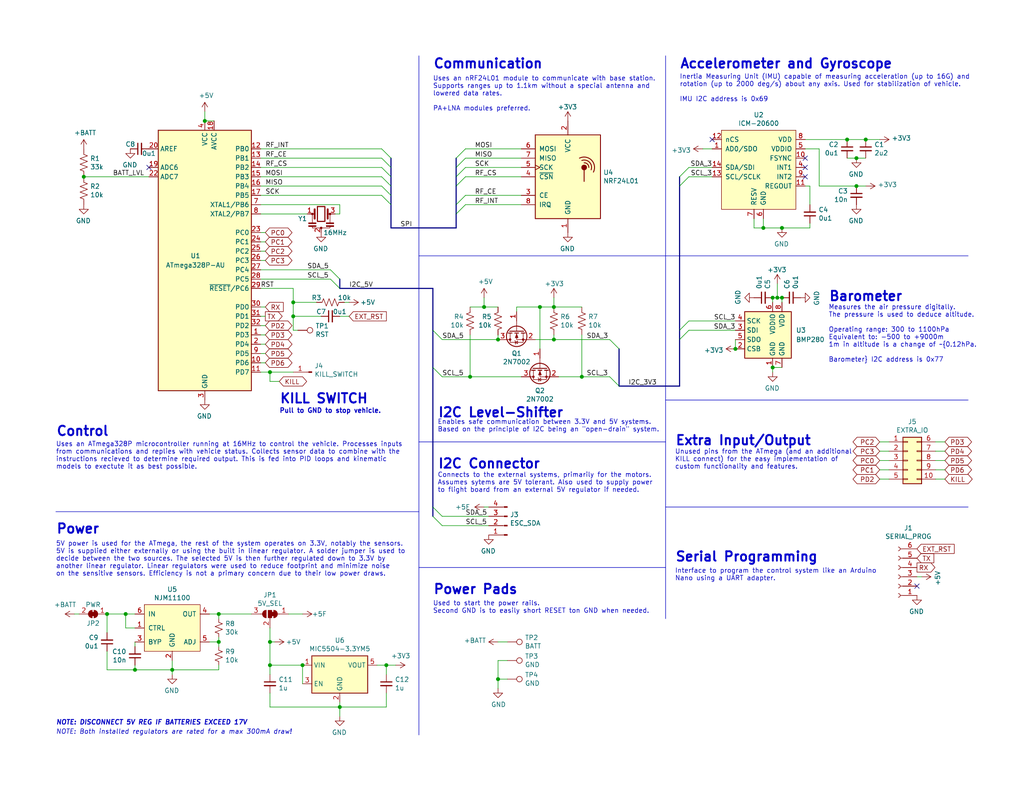
<source format=kicad_sch>
(kicad_sch (version 20230121) (generator eeschema)
  (paper "USLetter")
  (title_block (title "Flight Controller & Power Distribution Board") (date "2020-05-11") (rev "2") (company "Savo Bajic") (comment 1 "Power rails integrated on rear side") (comment 2 "Designed for use with I2C modules, 9 GPIO pins also available for other systems") (comment 3 "Built in 6-axis IMU, digital barometer, communication, and voltage regultors.") (comment 4 "Centered around an ATmega328P. Designed for up to 20V."))
  (lib_symbols
    (symbol "Connector:Conn_01x01_Male" (pin_names (offset 1.016) hide)
      (property "Reference" "J" (at 0 2.54 0))
      (property "Value" "Conn_01x01_Male" (at 0 -2.54 0))
      (symbol "Conn_01x01_Male_1_1"
        (pin passive line (at 5.08 0 180) (length 3.81) (name "Pin_1") (number "1"))
      )
    )
    (symbol "Connector:Conn_01x04_Male" (pin_names (offset 1.016) hide)
      (property "Reference" "J" (at 0 5.08 0))
      (property "Value" "Conn_01x04_Male" (at 0 -7.62 0))
      (symbol "Conn_01x04_Male_1_1"
        (pin passive line (at 5.08 2.54 180) (length 3.81) (name "Pin_1") (number "1"))
        (pin passive line (at 5.08 0 180) (length 3.81) (name "Pin_2") (number "2"))
        (pin passive line (at 5.08 -2.54 180) (length 3.81) (name "Pin_3") (number "3"))
        (pin passive line (at 5.08 -5.08 180) (length 3.81) (name "Pin_4") (number "4"))
      )
    )
    (symbol "Connector:Conn_01x06_Female" (pin_names (offset 1.016) hide)
      (property "Reference" "J" (at 0 7.62 0))
      (property "Value" "Conn_01x06_Female" (at 0 -10.16 0))
      (symbol "Conn_01x06_Female_1_1"
        (pin passive line (at -5.08 5.08 0) (length 3.81) (name "Pin_1") (number "1"))
        (pin passive line (at -5.08 2.54 0) (length 3.81) (name "Pin_2") (number "2"))
        (pin passive line (at -5.08 0 0) (length 3.81) (name "Pin_3") (number "3"))
        (pin passive line (at -5.08 -2.54 0) (length 3.81) (name "Pin_4") (number "4"))
        (pin passive line (at -5.08 -5.08 0) (length 3.81) (name "Pin_5") (number "5"))
        (pin passive line (at -5.08 -7.62 0) (length 3.81) (name "Pin_6") (number "6"))
      )
    )
    (symbol "Connector:TestPoint" (pin_numbers hide) (pin_names (offset 0.762) hide)
      (property "Reference" "TP" (at 0 6.858 0))
      (property "Value" "TestPoint" (at 0 5.08 0))
      (symbol "TestPoint_1_1"
        (pin passive line (at 0 0 90) (length 2.54) (name "1") (number "1"))
      )
    )
    (symbol "Connector_Generic:Conn_02x05_Top_Bottom" (pin_names (offset 1.016) hide)
      (property "Reference" "J" (at 1.27 7.62 0))
      (property "Value" "Conn_02x05_Top_Bottom" (at 1.27 -7.62 0))
      (symbol "Conn_02x05_Top_Bottom_1_1"
        (pin passive line (at -5.08 5.08 0) (length 3.81) (name "Pin_1") (number "1"))
        (pin passive line (at 7.62 -5.08 180) (length 3.81) (name "Pin_10") (number "10"))
        (pin passive line (at -5.08 2.54 0) (length 3.81) (name "Pin_2") (number "2"))
        (pin passive line (at -5.08 0 0) (length 3.81) (name "Pin_3") (number "3"))
        (pin passive line (at -5.08 -2.54 0) (length 3.81) (name "Pin_4") (number "4"))
        (pin passive line (at -5.08 -5.08 0) (length 3.81) (name "Pin_5") (number "5"))
        (pin passive line (at 7.62 5.08 180) (length 3.81) (name "Pin_6") (number "6"))
        (pin passive line (at 7.62 2.54 180) (length 3.81) (name "Pin_7") (number "7"))
        (pin passive line (at 7.62 0 180) (length 3.81) (name "Pin_8") (number "8"))
        (pin passive line (at 7.62 -2.54 180) (length 3.81) (name "Pin_9") (number "9"))
      )
    )
    (symbol "Device:C_Small" (pin_numbers hide) (pin_names (offset 0.254) hide)
      (property "Reference" "C" (at 0.254 1.778 0))
      (property "Value" "C_Small" (at 0.254 -2.032 0))
      (symbol "C_Small_1_1"
        (pin passive line (at 0 2.54 270) (length 2.032) (name "~") (number "1"))
        (pin passive line (at 0 -2.54 90) (length 2.032) (name "~") (number "2"))
      )
    )
    (symbol "Device:Q_NMOS_GSD" (pin_names (offset 0) hide)
      (property "Reference" "Q" (at 5.08 1.27 0))
      (property "Value" "Q_NMOS_GSD" (at 5.08 -1.27 0))
      (symbol "Q_NMOS_GSD_1_1"
        (pin input line (at -5.08 0 0) (length 2.54) (name "G") (number "1"))
        (pin passive line (at 2.54 -5.08 90) (length 2.54) (name "S") (number "2"))
        (pin passive line (at 2.54 5.08 270) (length 2.54) (name "D") (number "3"))
      )
    )
    (symbol "Device:R_Small_US" (pin_numbers hide) (pin_names (offset 0.254) hide)
      (property "Reference" "R" (at 0.762 0.508 0))
      (property "Value" "R_Small_US" (at 0.762 -1.016 0))
      (symbol "R_Small_US_1_1"
        (pin passive line (at 0 2.54 270) (length 1.016) (name "~") (number "1"))
        (pin passive line (at 0 -2.54 90) (length 1.016) (name "~") (number "2"))
      )
    )
    (symbol "Device:R_US" (pin_numbers hide) (pin_names (offset 0))
      (property "Reference" "R" (at 2.54 0 90))
      (property "Value" "R_US" (at -2.54 0 90))
      (symbol "R_US_1_1"
        (pin passive line (at 0 3.81 270) (length 1.27) (name "~") (number "1"))
        (pin passive line (at 0 -3.81 90) (length 1.27) (name "~") (number "2"))
      )
    )
    (symbol "Device:Resonator" (pin_names (offset 1.016) hide)
      (property "Reference" "Y" (at 0 5.715 0))
      (property "Value" "Resonator" (at 0 3.81 0))
      (symbol "Resonator_1_1"
        (pin passive line (at -3.81 0 0) (length 1.27) (name "1") (number "1"))
        (pin passive line (at 0 -5.08 90) (length 1.27) (name "2") (number "2"))
        (pin passive line (at 3.81 0 180) (length 1.27) (name "3") (number "3"))
      )
    )
    (symbol "Jumper:SolderJumper_2_Bridged" (pin_names (offset 0) hide)
      (property "Reference" "JP" (at 0 2.032 0))
      (property "Value" "SolderJumper_2_Bridged" (at 0 -2.54 0))
      (symbol "SolderJumper_2_Bridged_1_1"
        (pin passive line (at -3.81 0 0) (length 2.54) (name "A") (number "1"))
        (pin passive line (at 3.81 0 180) (length 2.54) (name "B") (number "2"))
      )
    )
    (symbol "Jumper:SolderJumper_3_Bridged12" (pin_names (offset 0) hide)
      (property "Reference" "JP" (at -2.54 -2.54 0))
      (property "Value" "SolderJumper_3_Bridged12" (at 0 2.794 0))
      (symbol "SolderJumper_3_Bridged12_1_1"
        (pin passive line (at -5.08 0 0) (length 2.54) (name "A") (number "1"))
        (pin input line (at 0 -3.81 90) (length 2.54) (name "C") (number "2"))
        (pin passive line (at 5.08 0 180) (length 2.54) (name "B") (number "3"))
      )
    )
    (symbol "MCU_Microchip_ATmega:ATmega328P-AU"
      (property "Reference" "U" (at -12.7 36.83 0))
      (property "Value" "MCU_Microchip_ATmega_ATmega328P-AU" (at 2.54 -36.83 0))
      (symbol "ATmega328P-AU_1_1"
        (pin bidirectional line (at 15.24 -20.32 180) (length 2.54) (name "PD3") (number "1"))
        (pin bidirectional line (at 15.24 -27.94 180) (length 2.54) (name "PD6") (number "10"))
        (pin bidirectional line (at 15.24 -30.48 180) (length 2.54) (name "PD7") (number "11"))
        (pin bidirectional line (at 15.24 30.48 180) (length 2.54) (name "PB0") (number "12"))
        (pin bidirectional line (at 15.24 27.94 180) (length 2.54) (name "PB1") (number "13"))
        (pin bidirectional line (at 15.24 25.4 180) (length 2.54) (name "PB2") (number "14"))
        (pin bidirectional line (at 15.24 22.86 180) (length 2.54) (name "PB3") (number "15"))
        (pin bidirectional line (at 15.24 20.32 180) (length 2.54) (name "PB4") (number "16"))
        (pin bidirectional line (at 15.24 17.78 180) (length 2.54) (name "PB5") (number "17"))
        (pin power_in line (at 2.54 38.1 270) (length 2.54) (name "AVCC") (number "18"))
        (pin input line (at -15.24 25.4 0) (length 2.54) (name "ADC6") (number "19"))
        (pin bidirectional line (at 15.24 -22.86 180) (length 2.54) (name "PD4") (number "2"))
        (pin passive line (at -15.24 30.48 0) (length 2.54) (name "AREF") (number "20"))
        (pin passive line (at 0 -38.1 90) (length 2.54) hide (name "GND") (number "21"))
        (pin input line (at -15.24 22.86 0) (length 2.54) (name "ADC7") (number "22"))
        (pin bidirectional line (at 15.24 7.62 180) (length 2.54) (name "PC0") (number "23"))
        (pin bidirectional line (at 15.24 5.08 180) (length 2.54) (name "PC1") (number "24"))
        (pin bidirectional line (at 15.24 2.54 180) (length 2.54) (name "PC2") (number "25"))
        (pin bidirectional line (at 15.24 0 180) (length 2.54) (name "PC3") (number "26"))
        (pin bidirectional line (at 15.24 -2.54 180) (length 2.54) (name "PC4") (number "27"))
        (pin bidirectional line (at 15.24 -5.08 180) (length 2.54) (name "PC5") (number "28"))
        (pin bidirectional line (at 15.24 -7.62 180) (length 2.54) (name "~{RESET}/PC6") (number "29"))
        (pin power_in line (at 0 -38.1 90) (length 2.54) (name "GND") (number "3"))
        (pin bidirectional line (at 15.24 -12.7 180) (length 2.54) (name "PD0") (number "30"))
        (pin bidirectional line (at 15.24 -15.24 180) (length 2.54) (name "PD1") (number "31"))
        (pin bidirectional line (at 15.24 -17.78 180) (length 2.54) (name "PD2") (number "32"))
        (pin power_in line (at 0 38.1 270) (length 2.54) (name "VCC") (number "4"))
        (pin passive line (at 0 -38.1 90) (length 2.54) hide (name "GND") (number "5"))
        (pin passive line (at 0 38.1 270) (length 2.54) hide (name "VCC") (number "6"))
        (pin bidirectional line (at 15.24 15.24 180) (length 2.54) (name "XTAL1/PB6") (number "7"))
        (pin bidirectional line (at 15.24 12.7 180) (length 2.54) (name "XTAL2/PB7") (number "8"))
        (pin bidirectional line (at 15.24 -25.4 180) (length 2.54) (name "PD5") (number "9"))
      )
    )
    (symbol "RF:NRF24L01_Breakout" (pin_names (offset 1.016))
      (property "Reference" "U" (at -8.89 12.7 0))
      (property "Value" "NRF24L01_Breakout" (at 3.81 12.7 0))
      (symbol "NRF24L01_Breakout_1_1"
        (pin power_in line (at 0 -15.24 90) (length 3.81) (name "GND") (number "1"))
        (pin power_in line (at 0 15.24 270) (length 3.81) (name "VCC") (number "2"))
        (pin input line (at -12.7 -5.08 0) (length 3.81) (name "CE") (number "3"))
        (pin input line (at -12.7 0 0) (length 3.81) (name "~{CSN}") (number "4"))
        (pin input clock (at -12.7 2.54 0) (length 3.81) (name "SCK") (number "5"))
        (pin input line (at -12.7 7.62 0) (length 3.81) (name "MOSI") (number "6"))
        (pin output line (at -12.7 5.08 0) (length 3.81) (name "MISO") (number "7"))
        (pin output line (at -12.7 -7.62 0) (length 3.81) (name "IRQ") (number "8"))
      )
    )
    (symbol "Regulator_Linear:MIC5504-3.3YM5"
      (property "Reference" "U" (at -7.62 8.89 0))
      (property "Value" "MIC5504-3.3YM5" (at -7.62 6.35 0))
      (symbol "MIC5504-3.3YM5_1_1"
        (pin power_in line (at -10.16 2.54 0) (length 2.54) (name "VIN") (number "1"))
        (pin power_in line (at 0 -7.62 90) (length 2.54) (name "GND") (number "2"))
        (pin input line (at -10.16 -2.54 0) (length 2.54) (name "EN") (number "3"))
        (pin no_connect line (at 7.62 -2.54 180) (length 2.54) hide (name "NC") (number "4"))
        (pin power_out line (at 10.16 2.54 180) (length 2.54) (name "VOUT") (number "5"))
      )
    )
    (symbol "Sensor_Pressure:BMP280"
      (property "Reference" "U" (at -7.62 10.16 0))
      (property "Value" "BMP280" (at 5.08 10.16 0))
      (symbol "BMP280_1_1"
        (pin power_in line (at 0 -7.62 90) (length 2.54) (name "GND") (number "1"))
        (pin input line (at -10.16 -2.54 0) (length 2.54) (name "CSB") (number "2"))
        (pin bidirectional line (at -10.16 2.54 0) (length 2.54) (name "SDI") (number "3"))
        (pin input line (at -10.16 5.08 0) (length 2.54) (name "SCK") (number "4"))
        (pin bidirectional line (at -10.16 0 0) (length 2.54) (name "SDO") (number "5"))
        (pin power_in line (at 0 10.16 270) (length 2.54) (name "VDDIO") (number "6"))
        (pin power_in line (at 2.54 -7.62 90) (length 2.54) (name "GND") (number "7"))
        (pin power_in line (at 2.54 10.16 270) (length 2.54) (name "VDD") (number "8"))
      )
    )
    (symbol "flight_controller_parts:ICM-20600" (pin_names (offset 1.016))
      (property "Reference" "U" (at 0 7.62 0))
      (property "Value" "ICM-20600" (at 0 10.16 0))
      (symbol "ICM-20600_1_1"
        (pin output line (at 12.7 1.27 180) (length 2.54) (name "AD0/SDO") (number "1"))
        (pin input line (at -12.7 -1.27 0) (length 2.54) (name "FSYNC") (number "10"))
        (pin passive line (at -12.7 -8.89 0) (length 2.54) (name "REGOUT") (number "11"))
        (pin input line (at 12.7 3.81 180) (length 2.54) (name "nCS") (number "12"))
        (pin input line (at 12.7 -6.35 180) (length 2.54) (name "SCL/SCLK") (number "13"))
        (pin bidirectional line (at 12.7 -3.81 180) (length 2.54) (name "SDA/SDI") (number "14"))
        (pin no_connect line (at -1.27 -3.81 90) (length 2.54) hide (name "NC") (number "2"))
        (pin no_connect line (at 1.27 -3.81 90) (length 2.54) hide (name "NC") (number "3"))
        (pin open_collector line (at -12.7 -3.81 0) (length 2.54) (name "INT1") (number "4"))
        (pin power_in line (at -12.7 1.27 0) (length 2.54) (name "VDDIO") (number "5"))
        (pin power_in line (at -1.27 -17.78 90) (length 2.54) (name "GND") (number "6"))
        (pin power_in line (at 1.27 -17.78 90) (length 2.54) (name "RESV") (number "7"))
        (pin power_in line (at -12.7 3.81 0) (length 2.54) (name "VDD") (number "8"))
        (pin open_collector line (at -12.7 -6.35 0) (length 2.54) (name "INT2") (number "9"))
      )
    )
    (symbol "flight_controller_parts:NJM11100" (pin_names (offset 1.016))
      (property "Reference" "U" (at 0 10.16 0))
      (property "Value" "NJM11100" (at 0 7.62 0))
      (symbol "NJM11100_1_1"
        (pin input line (at -10.16 0 0) (length 2.54) (name "CTRL") (number "1"))
        (pin power_in line (at 0 -8.89 90) (length 2.54) (name "GND") (number "2"))
        (pin passive line (at -10.16 -3.81 0) (length 2.54) (name "BYP") (number "3"))
        (pin power_out line (at 10.16 3.81 180) (length 2.54) (name "OUT") (number "4"))
        (pin input line (at 10.16 -3.81 180) (length 2.54) (name "ADJ") (number "5"))
        (pin power_in line (at -10.16 3.81 0) (length 2.54) (name "IN") (number "6"))
      )
    )
    (symbol "power:+3V3" (power) (pin_names (offset 0))
      (property "Value" "+3V3" (at 0 3.556 0))
      (symbol "+3V3_1_1"
        (pin power_in line (at 0 0 90) (length 0) hide (name "+3V3") (number "1"))
      )
    )
    (symbol "power:+5F" (power) (pin_names (offset 0))
      (property "Value" "+5F" (at 0 3.556 0))
      (symbol "+5F_1_1"
        (pin power_in line (at 0 0 90) (length 0) hide (name "+5F") (number "1"))
      )
    )
    (symbol "power:+5V" (power) (pin_names (offset 0))
      (property "Value" "+5V" (at 0 3.556 0))
      (symbol "+5V_1_1"
        (pin power_in line (at 0 0 90) (length 0) hide (name "+5V") (number "1"))
      )
    )
    (symbol "power:+BATT" (power) (pin_names (offset 0))
      (property "Value" "+BATT" (at 0 3.556 0))
      (symbol "+BATT_1_1"
        (pin power_in line (at 0 0 90) (length 0) hide (name "+BATT") (number "1"))
      )
    )
    (symbol "power:GND" (power) (pin_names (offset 0))
      (property "Value" "GND" (at 0 -3.81 0))
      (symbol "GND_1_1"
        (pin power_in line (at 0 0 270) (length 0) hide (name "GND") (number "1"))
      )
    )
  )
  (junction (at 73.66 175.26))
  (junction (at 59.69 175.26))
  (junction (at 208.28 62.23))
  (junction (at 132.08 83.82))
  (junction (at 151.13 83.82))
  (junction (at 92.71 193.04))
  (junction (at 236.22 38.1))
  (junction (at 212.09 81.28))
  (junction (at 46.99 182.88))
  (junction (at 73.66 101.6))
  (junction (at 147.32 83.82))
  (junction (at 105.41 181.61))
  (junction (at 34.29 167.64))
  (junction (at 135.89 92.71))
  (junction (at 233.68 43.18))
  (junction (at 213.36 62.23))
  (junction (at 135.89 185.42))
  (junction (at 22.86 48.26))
  (junction (at 210.82 81.28))
  (junction (at 213.36 81.28))
  (junction (at 82.55 181.61))
  (junction (at 200.66 95.25))
  (junction (at 210.82 100.33))
  (junction (at 59.69 167.64))
  (junction (at 55.88 33.02))
  (junction (at 80.01 86.36))
  (junction (at 29.21 167.64))
  (junction (at 158.75 102.87))
  (junction (at 73.66 181.61))
  (junction (at 231.14 38.1))
  (junction (at 151.13 92.71))
  (junction (at 80.01 82.55))
  (junction (at 233.68 50.8))
  (junction (at 36.83 182.88))
  (junction (at 128.27 102.87))
  (no_connect (at 219.71 45.72))
  (no_connect (at 194.31 38.1))
  (no_connect (at 40.64 45.72))
  (no_connect (at 219.71 43.18))
  (no_connect (at 219.71 48.26))
  (no_connect (at 250.19 160.02))
  (bus_entry (at 104.14 48.26) (size 2.54 2.54))
  (bus_entry (at 118.11 90.17) (size 2.54 2.54))
  (bus_entry (at 166.37 102.87) (size 2.54 2.54))
  (bus_entry (at 187.96 87.63) (size -2.54 2.54))
  (bus_entry (at 124.46 48.26) (size 2.54 -2.54))
  (bus_entry (at 118.11 100.33) (size 2.54 2.54))
  (bus_entry (at 187.96 45.72) (size -2.54 2.54))
  (bus_entry (at 187.96 90.17) (size -2.54 2.54))
  (bus_entry (at 124.46 50.8) (size 2.54 -2.54))
  (bus_entry (at 118.11 140.97) (size 2.54 2.54))
  (bus_entry (at 104.14 50.8) (size 2.54 2.54))
  (bus_entry (at 104.14 45.72) (size 2.54 2.54))
  (bus_entry (at 124.46 43.18) (size 2.54 -2.54))
  (bus_entry (at 187.96 48.26) (size -2.54 2.54))
  (bus_entry (at 90.17 73.66) (size 2.54 2.54))
  (bus_entry (at 124.46 55.88) (size 2.54 -2.54))
  (bus_entry (at 120.65 140.97) (size -2.54 -2.54))
  (bus_entry (at 124.46 45.72) (size 2.54 -2.54))
  (bus_entry (at 124.46 58.42) (size 2.54 -2.54))
  (bus_entry (at 166.37 92.71) (size 2.54 2.54))
  (bus_entry (at 104.14 40.64) (size 2.54 2.54))
  (bus_entry (at 104.14 53.34) (size 2.54 2.54))
  (bus_entry (at 104.14 43.18) (size 2.54 2.54))
  (bus_entry (at 90.17 76.2) (size 2.54 2.54))
  (wire (pts (xy 240.03 38.1) (xy 236.22 38.1)))
  (wire (pts (xy 208.28 59.69) (xy 208.28 62.23)))
  (wire (pts (xy 166.37 92.71) (xy 151.13 92.71)))
  (polyline (pts (xy 181.61 138.43) (xy 264.16 138.43)))
  (bus (pts (xy 106.68 50.8) (xy 106.68 53.34)))
  (wire (pts (xy 95.25 82.55) (xy 93.98 82.55)))
  (polyline (pts (xy 114.3 69.85) (xy 264.16 69.85)))
  (bus (pts (xy 124.46 50.8) (xy 124.46 55.88)))
  (wire (pts (xy 71.12 78.74) (xy 80.01 78.74)))
  (bus (pts (xy 92.71 78.74) (xy 118.11 78.74)))
  (wire (pts (xy 135.89 175.26) (xy 138.43 175.26)))
  (wire (pts (xy 240.03 123.19) (xy 242.57 123.19)))
  (wire (pts (xy 132.08 83.82) (xy 132.08 81.28)))
  (wire (pts (xy 208.28 62.23) (xy 205.74 62.23)))
  (wire (pts (xy 46.99 180.34) (xy 46.99 182.88)))
  (wire (pts (xy 71.12 73.66) (xy 90.17 73.66)))
  (wire (pts (xy 29.21 182.88) (xy 36.83 182.88)))
  (wire (pts (xy 210.82 101.6) (xy 210.82 100.33)))
  (wire (pts (xy 73.66 104.14) (xy 73.66 101.6)))
  (bus (pts (xy 106.68 55.88) (xy 106.68 62.23)))
  (wire (pts (xy 59.69 175.26) (xy 59.69 173.99)))
  (wire (pts (xy 55.88 33.02) (xy 55.88 30.48)))
  (wire (pts (xy 213.36 81.28) (xy 213.36 82.55)))
  (wire (pts (xy 71.12 40.64) (xy 104.14 40.64)))
  (wire (pts (xy 73.66 181.61) (xy 82.55 181.61)))
  (bus (pts (xy 124.46 58.42) (xy 124.46 62.23)))
  (wire (pts (xy 127 45.72) (xy 142.24 45.72)))
  (wire (pts (xy 36.83 176.53) (xy 36.83 175.26)))
  (wire (pts (xy 135.89 91.44) (xy 135.89 92.71)))
  (wire (pts (xy 240.03 125.73) (xy 242.57 125.73)))
  (wire (pts (xy 82.55 181.61) (xy 82.55 186.69)))
  (wire (pts (xy 34.29 171.45) (xy 34.29 167.64)))
  (wire (pts (xy 194.31 40.64) (xy 191.77 40.64)))
  (wire (pts (xy 102.87 181.61) (xy 105.41 181.61)))
  (wire (pts (xy 212.09 81.28) (xy 210.82 81.28)))
  (wire (pts (xy 80.01 82.55) (xy 80.01 86.36)))
  (wire (pts (xy 71.12 55.88) (xy 92.71 55.88)))
  (wire (pts (xy 135.89 180.34) (xy 135.89 185.42)))
  (wire (pts (xy 231.14 38.1) (xy 219.71 38.1)))
  (wire (pts (xy 127 40.64) (xy 142.24 40.64)))
  (wire (pts (xy 29.21 177.8) (xy 29.21 182.88)))
  (wire (pts (xy 95.25 86.36) (xy 92.71 86.36)))
  (wire (pts (xy 92.71 55.88) (xy 92.71 58.42)))
  (wire (pts (xy 152.4 102.87) (xy 158.75 102.87)))
  (wire (pts (xy 187.96 48.26) (xy 194.31 48.26)))
  (wire (pts (xy 71.12 83.82) (xy 72.39 83.82)))
  (wire (pts (xy 240.03 128.27) (xy 242.57 128.27)))
  (wire (pts (xy 92.71 191.77) (xy 92.71 193.04)))
  (wire (pts (xy 57.15 175.26) (xy 59.69 175.26)))
  (wire (pts (xy 21.59 167.64) (xy 20.32 167.64)))
  (wire (pts (xy 120.65 143.51) (xy 133.35 143.51)))
  (bus (pts (xy 92.71 76.2) (xy 92.71 78.74)))
  (wire (pts (xy 105.41 181.61) (xy 105.41 184.15)))
  (bus (pts (xy 118.11 100.33) (xy 118.11 138.43)))
  (wire (pts (xy 71.12 96.52) (xy 72.39 96.52)))
  (wire (pts (xy 132.08 83.82) (xy 135.89 83.82)))
  (wire (pts (xy 80.01 86.36) (xy 87.63 86.36)))
  (wire (pts (xy 92.71 58.42) (xy 91.44 58.42)))
  (wire (pts (xy 151.13 81.28) (xy 151.13 83.82)))
  (wire (pts (xy 105.41 193.04) (xy 105.41 189.23)))
  (wire (pts (xy 71.12 45.72) (xy 104.14 45.72)))
  (wire (pts (xy 255.27 128.27) (xy 257.81 128.27)))
  (wire (pts (xy 71.12 101.6) (xy 73.66 101.6)))
  (bus (pts (xy 106.68 62.23) (xy 124.46 62.23)))
  (wire (pts (xy 220.98 62.23) (xy 213.36 62.23)))
  (wire (pts (xy 104.14 43.18) (xy 71.12 43.18)))
  (wire (pts (xy 74.93 175.26) (xy 73.66 175.26)))
  (wire (pts (xy 36.83 171.45) (xy 34.29 171.45)))
  (bus (pts (xy 124.46 48.26) (xy 124.46 50.8)))
  (bus (pts (xy 185.42 50.8) (xy 185.42 90.17)))
  (wire (pts (xy 223.52 40.64) (xy 219.71 40.64)))
  (wire (pts (xy 80.01 78.74) (xy 80.01 82.55)))
  (wire (pts (xy 73.66 101.6) (xy 80.01 101.6)))
  (wire (pts (xy 86.36 82.55) (xy 80.01 82.55)))
  (wire (pts (xy 59.69 182.88) (xy 59.69 181.61)))
  (wire (pts (xy 158.75 91.44) (xy 158.75 102.87)))
  (wire (pts (xy 36.83 182.88) (xy 46.99 182.88)))
  (wire (pts (xy 72.39 93.98) (xy 71.12 93.98)))
  (wire (pts (xy 127 48.26) (xy 142.24 48.26)))
  (wire (pts (xy 71.12 50.8) (xy 104.14 50.8)))
  (bus (pts (xy 118.11 90.17) (xy 118.11 100.33)))
  (wire (pts (xy 22.86 48.26) (xy 40.64 48.26)))
  (wire (pts (xy 72.39 88.9) (xy 71.12 88.9)))
  (wire (pts (xy 220.98 60.96) (xy 220.98 62.23)))
  (wire (pts (xy 73.66 175.26) (xy 73.66 181.61)))
  (wire (pts (xy 255.27 120.65) (xy 257.81 120.65)))
  (wire (pts (xy 73.66 189.23) (xy 73.66 193.04)))
  (bus (pts (xy 168.91 95.25) (xy 168.91 105.41)))
  (wire (pts (xy 83.82 58.42) (xy 71.12 58.42)))
  (wire (pts (xy 138.43 180.34) (xy 135.89 180.34)))
  (wire (pts (xy 255.27 130.81) (xy 257.81 130.81)))
  (wire (pts (xy 205.74 59.69) (xy 205.74 62.23)))
  (wire (pts (xy 72.39 99.06) (xy 71.12 99.06)))
  (wire (pts (xy 151.13 83.82) (xy 158.75 83.82)))
  (wire (pts (xy 140.97 83.82) (xy 147.32 83.82)))
  (bus (pts (xy 185.42 48.26) (xy 185.42 50.8)))
  (wire (pts (xy 240.03 130.81) (xy 242.57 130.81)))
  (wire (pts (xy 71.12 91.44) (xy 72.39 91.44)))
  (wire (pts (xy 73.66 171.45) (xy 73.66 175.26)))
  (wire (pts (xy 132.08 138.43) (xy 133.35 138.43)))
  (wire (pts (xy 236.22 38.1) (xy 231.14 38.1)))
  (bus (pts (xy 124.46 55.88) (xy 124.46 58.42)))
  (wire (pts (xy 127 55.88) (xy 142.24 55.88)))
  (wire (pts (xy 81.28 90.17) (xy 80.01 90.17)))
  (wire (pts (xy 92.71 193.04) (xy 92.71 195.58)))
  (wire (pts (xy 212.09 81.28) (xy 213.36 81.28)))
  (wire (pts (xy 187.96 90.17) (xy 200.66 90.17)))
  (wire (pts (xy 71.12 53.34) (xy 104.14 53.34)))
  (wire (pts (xy 210.82 100.33) (xy 213.36 100.33)))
  (polyline (pts (xy 181.61 154.94) (xy 114.3 154.94)))
  (wire (pts (xy 147.32 83.82) (xy 147.32 95.25)))
  (wire (pts (xy 187.96 45.72) (xy 194.31 45.72)))
  (wire (pts (xy 72.39 71.12) (xy 71.12 71.12)))
  (wire (pts (xy 57.15 167.64) (xy 59.69 167.64)))
  (wire (pts (xy 72.39 68.58) (xy 71.12 68.58)))
  (bus (pts (xy 118.11 138.43) (xy 118.11 140.97)))
  (wire (pts (xy 127 53.34) (xy 142.24 53.34)))
  (wire (pts (xy 135.89 185.42) (xy 138.43 185.42)))
  (wire (pts (xy 255.27 123.19) (xy 257.81 123.19)))
  (wire (pts (xy 233.68 43.18) (xy 231.14 43.18)))
  (wire (pts (xy 140.97 85.09) (xy 140.97 83.82)))
  (bus (pts (xy 106.68 53.34) (xy 106.68 55.88)))
  (wire (pts (xy 200.66 92.71) (xy 200.66 95.25)))
  (wire (pts (xy 223.52 40.64) (xy 223.52 50.8)))
  (polyline (pts (xy 114.3 15.24) (xy 114.3 200.66)))
  (wire (pts (xy 127 43.18) (xy 142.24 43.18)))
  (wire (pts (xy 46.99 182.88) (xy 59.69 182.88)))
  (bus (pts (xy 118.11 78.74) (xy 118.11 90.17)))
  (wire (pts (xy 34.29 167.64) (xy 36.83 167.64)))
  (wire (pts (xy 105.41 181.61) (xy 107.95 181.61)))
  (wire (pts (xy 240.03 120.65) (xy 242.57 120.65)))
  (wire (pts (xy 219.71 50.8) (xy 220.98 50.8)))
  (wire (pts (xy 220.98 50.8) (xy 220.98 55.88)))
  (wire (pts (xy 158.75 102.87) (xy 166.37 102.87)))
  (wire (pts (xy 255.27 125.73) (xy 257.81 125.73)))
  (wire (pts (xy 187.96 87.63) (xy 200.66 87.63)))
  (bus (pts (xy 185.42 90.17) (xy 185.42 92.71)))
  (bus (pts (xy 168.91 105.41) (xy 185.42 105.41)))
  (wire (pts (xy 151.13 91.44) (xy 151.13 92.71)))
  (wire (pts (xy 120.65 102.87) (xy 128.27 102.87)))
  (wire (pts (xy 210.82 82.55) (xy 210.82 81.28)))
  (wire (pts (xy 55.88 33.02) (xy 58.42 33.02)))
  (wire (pts (xy 80.01 90.17) (xy 80.01 86.36)))
  (wire (pts (xy 128.27 102.87) (xy 142.24 102.87)))
  (wire (pts (xy 128.27 83.82) (xy 132.08 83.82)))
  (wire (pts (xy 92.71 193.04) (xy 105.41 193.04)))
  (wire (pts (xy 250.19 157.48) (xy 251.46 157.48)))
  (wire (pts (xy 120.65 140.97) (xy 133.35 140.97)))
  (polyline (pts (xy 181.61 15.24) (xy 181.61 168.91)))
  (wire (pts (xy 73.66 193.04) (xy 92.71 193.04)))
  (wire (pts (xy 213.36 62.23) (xy 208.28 62.23)))
  (polyline (pts (xy 15.24 139.7) (xy 114.3 139.7)))
  (wire (pts (xy 135.89 185.42) (xy 135.89 187.96)))
  (wire (pts (xy 59.69 168.91) (xy 59.69 167.64)))
  (wire (pts (xy 146.05 92.71) (xy 151.13 92.71)))
  (wire (pts (xy 71.12 86.36) (xy 72.39 86.36)))
  (wire (pts (xy 147.32 83.82) (xy 151.13 83.82)))
  (wire (pts (xy 233.68 50.8) (xy 223.52 50.8)))
  (wire (pts (xy 46.99 184.15) (xy 46.99 182.88)))
  (wire (pts (xy 59.69 176.53) (xy 59.69 175.26)))
  (wire (pts (xy 59.69 167.64) (xy 68.58 167.64)))
  (bus (pts (xy 106.68 48.26) (xy 106.68 50.8)))
  (polyline (pts (xy 114.3 120.65) (xy 181.61 120.65)))
  (wire (pts (xy 233.68 43.18) (xy 236.22 43.18)))
  (bus (pts (xy 106.68 43.18) (xy 106.68 45.72)))
  (bus (pts (xy 185.42 92.71) (xy 185.42 105.41)))
  (wire (pts (xy 71.12 48.26) (xy 104.14 48.26)))
  (wire (pts (xy 76.2 104.14) (xy 73.66 104.14)))
  (bus (pts (xy 124.46 45.72) (xy 124.46 48.26)))
  (bus (pts (xy 106.68 45.72) (xy 106.68 48.26)))
  (wire (pts (xy 71.12 66.04) (xy 72.39 66.04)))
  (wire (pts (xy 73.66 184.15) (xy 73.66 181.61)))
  (wire (pts (xy 29.21 167.64) (xy 29.21 172.72)))
  (wire (pts (xy 233.68 50.8) (xy 236.22 50.8)))
  (wire (pts (xy 78.74 167.64) (xy 82.55 167.64)))
  (wire (pts (xy 71.12 63.5) (xy 72.39 63.5)))
  (wire (pts (xy 36.83 181.61) (xy 36.83 182.88)))
  (polyline (pts (xy 181.61 109.22) (xy 264.16 109.22)))
  (wire (pts (xy 120.65 92.71) (xy 135.89 92.71)))
  (wire (pts (xy 212.09 77.47) (xy 212.09 81.28)))
  (bus (pts (xy 124.46 43.18) (xy 124.46 45.72)))
  (wire (pts (xy 29.21 167.64) (xy 34.29 167.64)))
  (wire (pts (xy 71.12 76.2) (xy 90.17 76.2)))
  (wire (pts (xy 128.27 91.44) (xy 128.27 102.87)))
  (text "I2C Connector" (at 119.38 128.27 0) (effects (font (size 2.5654 2.5654) (thickness 0.5131) bold) (justify left bottom)))
  (text "Connects to the external systems, primarily for the motors. \nAssumes sytems are 5V tolerant. Also used to supply power\nto flight board from an external 5V regulator if needed." (at 119.38 134.62 0) (effects (font (size 1.27 1.27)) (justify left bottom)))
  (text "Power" (at 15.24 146.05 0) (effects (font (size 2.5654 2.5654) (thickness 0.5131) bold) (justify left bottom)))
  (text "KILL SWITCH" (at 76.2 110.49 0) (effects (font (size 2.5654 2.5654) (thickness 0.5131) bold) (justify left bottom)))
  (text "Inertia Measuring Unit (IMU) capable of measuring acceleration (up to 16G) and\nrotation (up to 2000 deg/s) about any axis. Used for stabilization of vehicle.\n\nIMU I2C address is 0x69" (at 185.42 27.94 0) (effects (font (size 1.27 1.27)) (justify left bottom)))
  (text "Enables safe communication between 3.3V and 5V systems.\nBased on the principle of I2C being an \"open-drain\" system." (at 119.38 118.11 0) (effects (font (size 1.27 1.27)) (justify left bottom)))
  (text "Extra Input/Output" (at 184.15 121.92 0) (effects (font (size 2.5654 2.5654) (thickness 0.5131) bold) (justify left bottom)))
  (text "Measures the air pressure digitally.\nThe pressure is used to deduce altitude.\n\nOperating range: 300 to 1100hPa\nEquivalent to: -500 to +9000m\n1m in altitude is a change of ~{0.12hPa.\n\nBarometer} I2C address is 0x77" (at 226.06 99.06 0) (effects (font (size 1.27 1.27)) (justify left bottom)))
  (text "Control" (at 15.24 119.38 0) (effects (font (size 2.5654 2.5654) (thickness 0.5131) bold) (justify left bottom)))
  (text "Interface to program the control system like an Arduino\nNano using a UART adapter." (at 184.15 158.75 0) (effects (font (size 1.27 1.27)) (justify left bottom)))
  (text "Serial Programming" (at 184.15 153.67 0) (effects (font (size 2.5654 2.5654) (thickness 0.5131) bold) (justify left bottom)))
  (text "Unused pins from the ATmega (and an additional\nKILL connect) for the easy implementation of\ncustom functionality and features." (at 184.15 128.27 0) (effects (font (size 1.27 1.27)) (justify left bottom)))
  (text "Communication" (at 118.11 19.05 0) (effects (font (size 2.5654 2.5654) (thickness 0.5131) bold) (justify left bottom)))
  (text "5V power is used for the ATmega, the rest of the system operates on 3.3V, notably the sensors.\n5V is supplied either externally or using the built in linear regulator. A solder jumper is used to\ndecide between the two sources. The selected 5V is then further regulated down to 3.3V by\nanother linear regulator. Linear regulators were used to reduce footprint and minimize noise\non the sensitive sensors. Efficiency is not a primary concern due to their low power draws." (at 15.24 157.48 0) (effects (font (size 1.27 1.27)) (justify left bottom)))
  (text "Power Pads" (at 118.11 162.56 0) (effects (font (size 2.5654 2.5654) (thickness 0.5131) bold) (justify left bottom)))
  (text "NOTE: Both installed regulators are rated for a max 300mA draw!" (at 15.24 200.66 0) (effects (font (size 1.27 1.27) italic) (justify left bottom)))
  (text "Uses an ATmega328P microcontroller running at 16MHz to control the vehicle. Processes inputs\nfrom communications and replies with vehicle status. Collects sensor data to combine with the\ninstructions recieved to determine required output. This is fed into PID loops and kinematic\nmodels to exectute it as best possible." (at 15.24 128.27 0) (effects (font (size 1.27 1.27)) (justify left bottom)))
  (text "Uses an nRF24L01 module to communicate with base station. \nSupports ranges up to 1.1km without a special antenna and \nlowered data rates.\n\nPA+LNA modules preferred." (at 118.11 30.48 0) (effects (font (size 1.27 1.27)) (justify left bottom)))
  (text "Accelerometer and Gyroscope" (at 185.42 19.05 0) (effects (font (size 2.5654 2.5654) (thickness 0.5131) bold) (justify left bottom)))
  (text "I2C Level-Shifter" (at 119.38 114.3 0) (effects (font (size 2.5654 2.5654) (thickness 0.5131) bold) (justify left bottom)))
  (text "NOTE: DISCONNECT 5V REG IF BATTERIES EXCEED 17V" (at 15.24 198.12 0) (effects (font (size 1.27 1.27) (thickness 0.254) bold italic) (justify left bottom)))
  (text "Pull to GND to stop vehicle." (at 76.2 113.03 0) (effects (font (size 1.27 1.27) (thickness 0.254) bold) (justify left bottom)))
  (text "Used to start the power rails.\nSecond GND is to easily short RESET ton GND when needed." (at 118.11 167.64 0) (effects (font (size 1.27 1.27)) (justify left bottom)))
  (text "Barometer" (at 226.06 82.55 0) (effects (font (size 2.5654 2.5654) (thickness 0.5131) bold) (justify left bottom)))
  (label "SCL_5" (at 120.65 102.87 0))
  (label "SCL_3" (at 200.66 87.63 180))
  (label "SCL_3" (at 160.02 102.87 0))
  (label "SPI" (at 109.22 62.23 0))
  (label "RF_CS" (at 129.54 48.26 0))
  (label "SCK" (at 72.39 53.34 0))
  (label "SDA_3" (at 200.66 90.17 180))
  (label "SDA_5" (at 127 140.97 0))
  (label "RF_CE" (at 72.39 43.18 0))
  (label "MOSI" (at 72.39 48.26 0))
  (label "RF_INT" (at 129.54 55.88 0))
  (label "SDA_5" (at 120.65 92.71 0))
  (label "RF_CE" (at 129.54 53.34 0))
  (label "SCL_5" (at 127 143.51 0))
  (label "I2C_5V" (at 95.25 78.74 0))
  (label "BATT_LVL" (at 39.37 48.26 180))
  (label "SDA_5" (at 83.82 73.66 0))
  (label "RF_INT" (at 72.39 40.64 0))
  (label "SDA_3" (at 160.02 92.71 0))
  (label "MOSI" (at 129.54 40.64 0))
  (label "SCL_3" (at 194.31 48.26 180))
  (label "RF_CS" (at 72.39 45.72 0))
  (label "SCK" (at 129.54 45.72 0))
  (label "MISO" (at 129.54 43.18 0))
  (label "RST" (at 71.12 78.74 0))
  (label "MISO" (at 72.39 50.8 0))
  (label "I2C_3V3" (at 171.45 105.41 0))
  (label "SCL_5" (at 83.82 76.2 0))
  (label "SDA_3" (at 194.31 45.72 180))
  (global_label "TX" (shape input) (at 250.19 152.4 0) (property "Intersheetrefs" "${INTERSHEET_REFS}" (effects hide)))
  (global_label "PC2" (shape bidirectional) (at 72.39 68.58 0) (property "Intersheetrefs" "${INTERSHEET_REFS}" (effects hide)))
  (global_label "PC0" (shape bidirectional) (at 72.39 63.5 0) (property "Intersheetrefs" "${INTERSHEET_REFS}" (effects hide)))
  (global_label "KILL" (shape bidirectional) (at 257.81 130.81 0) (property "Intersheetrefs" "${INTERSHEET_REFS}" (effects hide)))
  (global_label "PD6" (shape bidirectional) (at 72.39 99.06 0) (property "Intersheetrefs" "${INTERSHEET_REFS}" (effects hide)))
  (global_label "PD5" (shape bidirectional) (at 257.81 125.73 0) (property "Intersheetrefs" "${INTERSHEET_REFS}" (effects hide)))
  (global_label "PC1" (shape bidirectional) (at 72.39 66.04 0) (property "Intersheetrefs" "${INTERSHEET_REFS}" (effects hide)))
  (global_label "PD4" (shape bidirectional) (at 257.81 123.19 0) (property "Intersheetrefs" "${INTERSHEET_REFS}" (effects hide)))
  (global_label "PD2" (shape bidirectional) (at 72.39 88.9 0) (property "Intersheetrefs" "${INTERSHEET_REFS}" (effects hide)))
  (global_label "PD3" (shape bidirectional) (at 72.39 91.44 0) (property "Intersheetrefs" "${INTERSHEET_REFS}" (effects hide)))
  (global_label "PC1" (shape bidirectional) (at 240.03 128.27 180) (property "Intersheetrefs" "${INTERSHEET_REFS}" (effects hide)))
  (global_label "PD5" (shape bidirectional) (at 72.39 96.52 0) (property "Intersheetrefs" "${INTERSHEET_REFS}" (effects hide)))
  (global_label "PD6" (shape bidirectional) (at 257.81 128.27 0) (property "Intersheetrefs" "${INTERSHEET_REFS}" (effects hide)))
  (global_label "PC2" (shape bidirectional) (at 240.03 120.65 180) (property "Intersheetrefs" "${INTERSHEET_REFS}" (effects hide)))
  (global_label "RX" (shape output) (at 250.19 154.94 0) (property "Intersheetrefs" "${INTERSHEET_REFS}" (effects hide)))
  (global_label "PD2" (shape bidirectional) (at 240.03 130.81 180) (property "Intersheetrefs" "${INTERSHEET_REFS}" (effects hide)))
  (global_label "KILL" (shape bidirectional) (at 76.2 104.14 0) (property "Intersheetrefs" "${INTERSHEET_REFS}" (effects hide)))
  (global_label "PD4" (shape bidirectional) (at 72.39 93.98 0) (property "Intersheetrefs" "${INTERSHEET_REFS}" (effects hide)))
  (global_label "PC3" (shape bidirectional) (at 240.03 123.19 180) (property "Intersheetrefs" "${INTERSHEET_REFS}" (effects hide)))
  (global_label "PD3" (shape bidirectional) (at 257.81 120.65 0) (property "Intersheetrefs" "${INTERSHEET_REFS}" (effects hide)))
  (global_label "RX" (shape input) (at 72.39 83.82 0) (property "Intersheetrefs" "${INTERSHEET_REFS}" (effects hide)))
  (global_label "EXT_RST" (shape input) (at 250.19 149.86 0) (property "Intersheetrefs" "${INTERSHEET_REFS}" (effects hide)))
  (global_label "PC0" (shape bidirectional) (at 240.03 125.73 180) (property "Intersheetrefs" "${INTERSHEET_REFS}" (effects hide)))
  (global_label "TX" (shape output) (at 72.39 86.36 0) (property "Intersheetrefs" "${INTERSHEET_REFS}" (effects hide)))
  (global_label "PC3" (shape bidirectional) (at 72.39 71.12 0) (property "Intersheetrefs" "${INTERSHEET_REFS}" (effects hide)))
  (global_label "EXT_RST" (shape input) (at 95.25 86.36 0) (property "Intersheetrefs" "${INTERSHEET_REFS}" (effects hide)))
  (symbol (lib_id "Sensor_Pressure:BMP280") (at 210.82 92.71 0) (unit 1)
    (property "Reference" "U3" (at 217.17 90.17 0) (effects (justify left)))
    (property "Value" "BMP280" (at 217.17 92.71 0) (effects (justify left)))
    (property "Footprint" "Package_LGA:Bosch_LGA-8_2x2.5mm_P0.65mm_ClockwisePinNumbering" (effects hide))
    (property "Datasheet" "https://ae-bst.resource.bosch.com/media/_tech/media/datasheets/BST-BMP280-DS001.pdf" (effects hide))
  )
  (symbol (lib_id "Device:R_US") (at 22.86 44.45 0) (unit 1)
    (property "Reference" "R1" (at 24.5872 43.2816 0) (effects (justify left)))
    (property "Value" "33k" (at 24.5872 45.593 0) (effects (justify left)))
    (property "Footprint" "Resistor_SMD:R_0402_1005Metric" (effects hide))
  )
  (symbol (lib_id "Device:R_US") (at 22.86 52.07 0) (unit 1)
    (property "Reference" "R2" (at 24.5872 50.9016 0) (effects (justify left)))
    (property "Value" "10k" (at 24.5872 53.213 0) (effects (justify left)))
    (property "Footprint" "Resistor_SMD:R_0402_1005Metric" (effects hide))
  )
  (symbol (lib_id "power:GND") (at 22.86 55.88 0) (mirror y) (unit 1)
    (property "Reference" "#PWR0116" (effects hide))
    (property "Value" "GND" (at 22.733 60.2742 0))
  )
  (symbol (lib_id "Device:Resonator") (at 87.63 58.42 0) (unit 1)
    (property "Reference" "Y1" (at 82.55 59.69 0))
    (property "Value" "16MHz" (at 91.44 63.5 0))
    (property "Footprint" "Crystal:Resonator_SMD_muRata_CSTxExxV-3Pin_3.0x1.1mm" (effects hide))
  )
  (symbol (lib_id "power:+BATT") (at 22.86 40.64 0) (unit 1)
    (property "Reference" "#PWR0117" (effects hide))
    (property "Value" "+BATT" (at 23.241 36.2458 0))
  )
  (symbol (lib_id "flight_controller_parts:ICM-20600") (at 207.01 41.91 0) (mirror y) (unit 1)
    (property "Reference" "U2" (at 207.01 31.369 0))
    (property "Value" "ICM-20600" (at 207.01 33.6804 0))
    (property "Footprint" "Package_LGA:LGA-14_3x2.5mm_P0.5mm_LayoutBorder3x4y" (effects hide))
  )
  (symbol (lib_id "power:GND") (at 213.36 62.23 0) (mirror y) (unit 1)
    (property "Reference" "#PWR0101" (effects hide))
    (property "Value" "GND" (at 213.233 66.6242 0))
  )
  (symbol (lib_id "power:+3V3") (at 236.22 50.8 270) (mirror x) (unit 1)
    (property "Reference" "#PWR0102" (effects hide))
    (property "Value" "+3V3" (at 239.4712 50.419 90) (effects (justify left)))
  )
  (symbol (lib_id "power:+3V3") (at 191.77 40.64 90) (mirror x) (unit 1)
    (property "Reference" "#PWR0103" (effects hide))
    (property "Value" "+3V3" (at 188.5188 41.021 90) (effects (justify left)))
  )
  (symbol (lib_id "power:GND") (at 87.63 63.5 0) (mirror y) (unit 1)
    (property "Reference" "#PWR0118" (effects hide))
    (property "Value" "GND" (at 87.503 67.8942 0))
  )
  (symbol (lib_id "power:+3V3") (at 240.03 38.1 270) (mirror x) (unit 1)
    (property "Reference" "#PWR0104" (effects hide))
    (property "Value" "+3V3" (at 243.2812 37.719 90) (effects (justify left)))
  )
  (symbol (lib_id "power:GND") (at 233.68 55.88 0) (mirror y) (unit 1)
    (property "Reference" "#PWR0105" (effects hide))
    (property "Value" "GND" (at 233.553 60.2742 0))
  )
  (symbol (lib_id "power:+5V") (at 95.25 82.55 270) (unit 1)
    (property "Reference" "#PWR0119" (effects hide))
    (property "Value" "+5V" (at 100.33 82.55 90))
  )
  (symbol (lib_id "Device:C_Small") (at 90.17 86.36 90) (unit 1)
    (property "Reference" "C7" (at 87.63 85.09 90))
    (property "Value" "0u1" (at 92.71 85.09 90))
    (property "Footprint" "Capacitor_SMD:C_0402_1005Metric" (effects hide))
  )
  (symbol (lib_id "Device:C_Small") (at 233.68 53.34 0) (mirror y) (unit 1)
    (property "Reference" "C3" (at 231.3432 52.1716 0) (effects (justify left)))
    (property "Value" "10n" (at 231.3432 54.483 0) (effects (justify left)))
    (property "Footprint" "Capacitor_SMD:C_0402_1005Metric" (effects hide))
  )
  (symbol (lib_id "Device:C_Small") (at 220.98 58.42 180) (unit 1)
    (property "Reference" "C4" (at 223.3168 57.2516 0) (effects (justify right)))
    (property "Value" "0u1" (at 223.3168 59.563 0) (effects (justify right)))
    (property "Footprint" "Capacitor_SMD:C_0402_1005Metric" (effects hide))
  )
  (symbol (lib_id "Device:C_Small") (at 236.22 40.64 0) (unit 1)
    (property "Reference" "C1" (at 238.5568 39.4716 0) (effects (justify left)))
    (property "Value" "2u2" (at 238.5568 41.783 0) (effects (justify left)))
    (property "Footprint" "Capacitor_SMD:C_0402_1005Metric" (effects hide))
  )
  (symbol (lib_id "Device:C_Small") (at 231.14 40.64 0) (unit 1)
    (property "Reference" "C2" (at 228.8032 39.4716 0) (effects (justify right)))
    (property "Value" "0u1" (at 228.8032 41.783 0) (effects (justify right)))
    (property "Footprint" "Capacitor_SMD:C_0402_1005Metric" (effects hide))
  )
  (symbol (lib_id "power:GND") (at 233.68 43.18 0) (mirror y) (unit 1)
    (property "Reference" "#PWR0106" (effects hide))
    (property "Value" "GND" (at 233.553 47.5742 0))
  )
  (symbol (lib_id "Device:Q_NMOS_GSD") (at 140.97 90.17 90) (mirror x) (unit 1)
    (property "Reference" "Q1" (at 140.97 96.4946 90))
    (property "Value" "2N7002" (at 140.97 98.806 90))
    (property "Footprint" "Package_TO_SOT_SMD:SOT-23" (effects hide))
  )
  (symbol (lib_id "power:+3V3") (at 151.13 81.28 0) (unit 1)
    (property "Reference" "#PWR0107" (effects hide))
    (property "Value" "+3V3" (at 148.59 77.47 0) (effects (justify left)))
  )
  (symbol (lib_id "power:GND") (at 210.82 101.6 0) (mirror y) (unit 1)
    (property "Reference" "#PWR0109" (effects hide))
    (property "Value" "GND" (at 210.693 105.9942 0))
  )
  (symbol (lib_id "power:+3V3") (at 200.66 95.25 90) (mirror x) (unit 1)
    (property "Reference" "#PWR0110" (effects hide))
    (property "Value" "+3V3" (at 197.4088 95.631 90) (effects (justify left)))
  )
  (symbol (lib_id "Device:Q_NMOS_GSD") (at 147.32 100.33 90) (mirror x) (unit 1)
    (property "Reference" "Q2" (at 147.32 106.6546 90))
    (property "Value" "2N7002" (at 147.32 108.966 90))
    (property "Footprint" "Package_TO_SOT_SMD:SOT-23" (effects hide))
  )
  (symbol (lib_id "Device:R_US") (at 90.17 82.55 270) (unit 1)
    (property "Reference" "R3" (at 86.36 81.28 90))
    (property "Value" "10k" (at 93.98 81.28 90))
    (property "Footprint" "Resistor_SMD:R_0402_1005Metric" (effects hide))
  )
  (symbol (lib_id "power:GND") (at 205.74 81.28 270) (mirror x) (unit 1)
    (property "Reference" "#PWR0111" (effects hide))
    (property "Value" "GND" (at 201.3458 81.153 0))
  )
  (symbol (lib_id "power:GND") (at 218.44 81.28 90) (mirror x) (unit 1)
    (property "Reference" "#PWR0112" (effects hide))
    (property "Value" "GND" (at 222.8342 81.407 0))
  )
  (symbol (lib_id "Device:C_Small") (at 215.9 81.28 270) (unit 1)
    (property "Reference" "C6" (at 214.7316 78.9432 0) (effects (justify right)))
    (property "Value" "0u1" (at 217.043 78.9432 0) (effects (justify right)))
    (property "Footprint" "Capacitor_SMD:C_0402_1005Metric" (effects hide))
  )
  (symbol (lib_id "Device:C_Small") (at 208.28 81.28 90) (mirror x) (unit 1)
    (property "Reference" "C5" (at 209.4484 78.9432 0) (effects (justify right)))
    (property "Value" "0u1" (at 207.137 78.9432 0) (effects (justify right)))
    (property "Footprint" "Capacitor_SMD:C_0402_1005Metric" (effects hide))
  )
  (symbol (lib_id "power:+3V3") (at 212.09 77.47 0) (mirror y) (unit 1)
    (property "Reference" "#PWR0113" (effects hide))
    (property "Value" "+3V3" (at 214.63 73.66 0) (effects (justify left)))
  )
  (symbol (lib_id "Device:R_US") (at 158.75 87.63 0) (unit 1)
    (property "Reference" "R7" (at 160.4772 86.4616 0) (effects (justify left)))
    (property "Value" "10k" (at 160.4772 88.773 0) (effects (justify left)))
    (property "Footprint" "Resistor_SMD:R_0402_1005Metric" (effects hide))
  )
  (symbol (lib_id "Device:R_US") (at 151.13 87.63 0) (unit 1)
    (property "Reference" "R6" (at 152.8572 86.4616 0) (effects (justify left)))
    (property "Value" "10k" (at 152.8572 88.773 0) (effects (justify left)))
    (property "Footprint" "Resistor_SMD:R_0402_1005Metric" (effects hide))
  )
  (symbol (lib_id "RF:NRF24L01_Breakout") (at 154.94 48.26 0) (unit 1)
    (property "Reference" "U4" (at 164.592 47.0916 0) (effects (justify left)))
    (property "Value" "NRF24L01" (at 164.592 49.403 0) (effects (justify left)))
    (property "Footprint" "RF_Module:nRF24L01_Breakout" (effects hide))
    (property "Datasheet" "http://www.nordicsemi.com/eng/content/download/2730/34105/file/nRF24L01_Product_Specification_v2_0.pdf" (effects hide))
  )
  (symbol (lib_id "power:+3V3") (at 154.94 33.02 0) (mirror y) (unit 1)
    (property "Reference" "#PWR0120" (effects hide))
    (property "Value" "+3V3" (at 157.48 29.21 0) (effects (justify left)))
  )
  (symbol (lib_id "power:GND") (at 154.94 63.5 0) (mirror y) (unit 1)
    (property "Reference" "#PWR0121" (effects hide))
    (property "Value" "GND" (at 154.813 67.8942 0))
  )
  (symbol (lib_id "Device:R_US") (at 135.89 87.63 0) (mirror y) (unit 1)
    (property "Reference" "R5" (at 134.1628 86.4616 0) (effects (justify left)))
    (property "Value" "10k" (at 134.1628 88.773 0) (effects (justify left)))
    (property "Footprint" "Resistor_SMD:R_0402_1005Metric" (effects hide))
  )
  (symbol (lib_id "Device:R_US") (at 128.27 87.63 0) (mirror y) (unit 1)
    (property "Reference" "R4" (at 126.5428 86.4616 0) (effects (justify left)))
    (property "Value" "10k" (at 126.5428 88.773 0) (effects (justify left)))
    (property "Footprint" "Resistor_SMD:R_0402_1005Metric" (effects hide))
  )
  (symbol (lib_id "power:+5V") (at 132.08 81.28 0) (unit 1)
    (property "Reference" "#PWR0108" (effects hide))
    (property "Value" "+5V" (at 132.461 76.8858 0))
  )
  (symbol (lib_id "power:+5V") (at 55.88 30.48 0) (unit 1)
    (property "Reference" "#PWR0114" (effects hide))
    (property "Value" "+5V" (at 56.261 26.0858 0))
  )
  (symbol (lib_id "power:GND") (at 55.88 109.22 0) (mirror y) (unit 1)
    (property "Reference" "#PWR0115" (effects hide))
    (property "Value" "GND" (at 55.753 113.6142 0))
  )
  (symbol (lib_id "Connector:TestPoint") (at 138.43 175.26 270) (unit 1)
    (property "Reference" "TP2" (at 143.2052 174.0916 90) (effects (justify left)))
    (property "Value" "BATT" (at 143.2052 176.403 90) (effects (justify left)))
    (property "Footprint" "TestPoint:TestPoint_Pad_4.0x4.0mm" (effects hide))
  )
  (symbol (lib_id "Connector:TestPoint") (at 138.43 180.34 270) (unit 1)
    (property "Reference" "TP3" (at 143.2052 179.1716 90) (effects (justify left)))
    (property "Value" "GND" (at 143.2052 181.483 90) (effects (justify left)))
    (property "Footprint" "TestPoint:TestPoint_Pad_D2.0mm" (effects hide))
  )
  (symbol (lib_id "Connector:TestPoint") (at 138.43 185.42 270) (unit 1)
    (property "Reference" "TP4" (at 143.2052 184.2516 90) (effects (justify left)))
    (property "Value" "GND" (at 143.2052 186.563 90) (effects (justify left)))
    (property "Footprint" "TestPoint:TestPoint_Pad_4.0x4.0mm" (effects hide))
  )
  (symbol (lib_id "power:GND") (at 135.89 187.96 0) (unit 1)
    (property "Reference" "#PWR0135" (effects hide))
    (property "Value" "GND" (at 136.017 192.3542 0))
  )
  (symbol (lib_id "power:+BATT") (at 135.89 175.26 90) (unit 1)
    (property "Reference" "#PWR0136" (effects hide))
    (property "Value" "+BATT" (at 132.6642 174.879 90) (effects (justify left)))
  )
  (symbol (lib_id "Connector:Conn_01x06_Female") (at 245.11 157.48 180) (unit 1)
    (property "Reference" "J1" (at 247.8532 144.145 0))
    (property "Value" "SERIAL_PROG" (at 247.8532 146.4564 0))
    (property "Footprint" "Connector_PinSocket_2.54mm:PinSocket_1x06_P2.54mm_Vertical" (effects hide))
  )
  (symbol (lib_id "power:GND") (at 250.19 162.56 0) (mirror y) (unit 1)
    (property "Reference" "#PWR0124" (effects hide))
    (property "Value" "GND" (at 250.063 166.9542 0))
  )
  (symbol (lib_id "power:+5V") (at 251.46 157.48 270) (unit 1)
    (property "Reference" "#PWR0125" (effects hide))
    (property "Value" "+5V" (at 255.8542 157.861 0))
  )
  (symbol (lib_id "Connector:Conn_01x04_Male") (at 138.43 143.51 180) (unit 1)
    (property "Reference" "J3" (at 139.1412 140.5128 0) (effects (justify right)))
    (property "Value" "ESC_SDA" (at 139.1412 142.8242 0) (effects (justify right)))
    (property "Footprint" "Connector_PinHeader_2.54mm:PinHeader_1x04_P2.54mm_Vertical" (effects hide))
  )
  (symbol (lib_id "power:GND") (at 133.35 146.05 0) (mirror y) (unit 1)
    (property "Reference" "#PWR0127" (effects hide))
    (property "Value" "GND" (at 133.223 150.4442 0))
  )
  (symbol (lib_id "Device:C_Small") (at 38.1 40.64 90) (unit 1)
    (property "Reference" "C8" (at 35.56 39.37 90))
    (property "Value" "0u1" (at 40.64 41.91 90))
    (property "Footprint" "Capacitor_SMD:C_0402_1005Metric" (effects hide))
  )
  (symbol (lib_id "power:GND") (at 35.56 40.64 0) (mirror y) (unit 1)
    (property "Reference" "#PWR0128" (effects hide))
    (property "Value" "GND" (at 35.433 45.0342 0))
  )
  (symbol (lib_id "Regulator_Linear:MIC5504-3.3YM5") (at 92.71 184.15 0) (unit 1)
    (property "Reference" "U6" (at 92.71 174.8282 0))
    (property "Value" "MIC5504-3.3YM5" (at 92.71 177.1396 0))
    (property "Footprint" "Package_TO_SOT_SMD:SOT-23-5" (effects hide))
    (property "Datasheet" "http://ww1.microchip.com/downloads/en/DeviceDoc/MIC550X.pdf" (effects hide))
  )
  (symbol (lib_id "power:+3V3") (at 107.95 181.61 270) (mirror x) (unit 1)
    (property "Reference" "#PWR0126" (effects hide))
    (property "Value" "+3V3" (at 106.68 179.07 90) (effects (justify left)))
  )
  (symbol (lib_id "Device:C_Small") (at 105.41 186.69 0) (unit 1)
    (property "Reference" "C12" (at 107.7468 185.5216 0) (effects (justify left)))
    (property "Value" "1u" (at 107.7468 187.833 0) (effects (justify left)))
    (property "Footprint" "Capacitor_SMD:C_0402_1005Metric" (effects hide))
  )
  (symbol (lib_id "Device:C_Small") (at 73.66 186.69 0) (unit 1)
    (property "Reference" "C11" (at 75.9968 185.5216 0) (effects (justify left)))
    (property "Value" "1u" (at 75.9968 187.833 0) (effects (justify left)))
    (property "Footprint" "Capacitor_SMD:C_0402_1005Metric" (effects hide))
  )
  (symbol (lib_id "power:GND") (at 92.71 195.58 0) (mirror y) (unit 1)
    (property "Reference" "#PWR0129" (effects hide))
    (property "Value" "GND" (at 92.583 199.9742 0))
  )
  (symbol (lib_id "power:+5V") (at 74.93 175.26 270) (unit 1)
    (property "Reference" "#PWR0130" (effects hide))
    (property "Value" "+5V" (at 80.01 175.26 90))
  )
  (symbol (lib_id "Device:C_Small") (at 36.83 179.07 0) (mirror x) (unit 1)
    (property "Reference" "C10" (at 34.4932 177.9016 0) (effects (justify right)))
    (property "Value" "10n" (at 34.4932 180.213 0) (effects (justify right)))
    (property "Footprint" "Capacitor_SMD:C_0402_1005Metric" (effects hide))
  )
  (symbol (lib_id "Device:C_Small") (at 29.21 175.26 0) (mirror x) (unit 1)
    (property "Reference" "C9" (at 26.8986 174.0916 0) (effects (justify right)))
    (property "Value" "0u1" (at 26.8986 176.403 0) (effects (justify right)))
    (property "Footprint" "Capacitor_SMD:C_0402_1005Metric" (effects hide))
  )
  (symbol (lib_id "power:+BATT") (at 20.32 167.64 90) (unit 1)
    (property "Reference" "#PWR0131" (effects hide))
    (property "Value" "+BATT" (at 17.78 165.1 90))
  )
  (symbol (lib_id "MCU_Microchip_ATmega:ATmega328P-AU") (at 55.88 71.12 0) (unit 1)
    (property "Reference" "U1" (at 53.34 69.85 0))
    (property "Value" "ATmega328P-AU" (at 53.34 72.39 0))
    (property "Footprint" "Package_QFP:TQFP-32_7x7mm_P0.8mm" (effects hide))
    (property "Datasheet" "http://ww1.microchip.com/downloads/en/DeviceDoc/ATmega328_P%20AVR%20MCU%20with%20picoPower%20Technology%20Data%20Sheet%2040001984A.pdf" (effects hide))
  )
  (symbol (lib_id "flight_controller_parts:NJM11100") (at 46.99 171.45 0) (unit 1)
    (property "Reference" "U5" (at 46.99 160.909 0))
    (property "Value" "NJM11100" (at 46.99 163.2204 0))
    (property "Footprint" "Package_TO_SOT_SMD:SOT-23-6" (effects hide))
  )
  (symbol (lib_id "Device:R_Small_US") (at 59.69 171.45 0) (unit 1)
    (property "Reference" "R8" (at 61.4172 170.2816 0) (effects (justify left)))
    (property "Value" "30k" (at 61.4172 172.593 0) (effects (justify left)))
    (property "Footprint" "Resistor_SMD:R_0402_1005Metric" (effects hide))
  )
  (symbol (lib_id "Device:R_Small_US") (at 59.69 179.07 0) (unit 1)
    (property "Reference" "R9" (at 61.4172 177.9016 0) (effects (justify left)))
    (property "Value" "10k" (at 61.4172 180.213 0) (effects (justify left)))
    (property "Footprint" "Resistor_SMD:R_0402_1005Metric" (effects hide))
  )
  (symbol (lib_id "Jumper:SolderJumper_3_Bridged12") (at 73.66 167.64 0) (mirror y) (unit 1)
    (property "Reference" "JP1" (at 73.66 162.433 0))
    (property "Value" "5V_SEL" (at 73.66 164.7444 0))
    (property "Footprint" "Jumper:SolderJumper-3_P2.0mm_Open_TrianglePad1.0x1.5mm" (effects hide))
  )
  (symbol (lib_id "power:GND") (at 46.99 184.15 0) (mirror y) (unit 1)
    (property "Reference" "#PWR0132" (effects hide))
    (property "Value" "GND" (at 46.863 188.5442 0))
  )
  (symbol (lib_id "power:+5F") (at 132.08 138.43 90) (unit 1)
    (property "Reference" "#PWR0133" (effects hide))
    (property "Value" "+5F" (at 128.27 138.43 90) (effects (justify left)))
  )
  (symbol (lib_id "power:+5F") (at 82.55 167.64 270) (unit 1)
    (property "Reference" "#PWR0134" (effects hide))
    (property "Value" "+5F" (at 85.09 167.64 90) (effects (justify left)))
  )
  (symbol (lib_id "Connector:Conn_01x01_Male") (at 85.09 101.6 180) (unit 1)
    (property "Reference" "J4" (at 85.8012 99.8728 0) (effects (justify right)))
    (property "Value" "KILL_SWITCH" (at 85.8012 102.1842 0) (effects (justify right)))
    (property "Footprint" "Connector_PinHeader_2.54mm:PinHeader_1x01_P2.54mm_Vertical" (effects hide))
  )
  (symbol (lib_id "Connector:TestPoint") (at 81.28 90.17 270) (unit 1)
    (property "Reference" "TP1" (at 86.0552 89.0016 90) (effects (justify left)))
    (property "Value" "RST" (at 86.0552 91.313 90) (effects (justify left)))
    (property "Footprint" "TestPoint:TestPoint_Pad_1.5x1.5mm" (effects hide))
  )
  (symbol (lib_id "Connector_Generic:Conn_02x05_Top_Bottom") (at 247.65 125.73 0) (unit 1)
    (property "Reference" "J5" (at 248.92 115.1382 0))
    (property "Value" "EXTRA_IO" (at 248.92 117.4496 0))
    (property "Footprint" "Connector_PinHeader_2.54mm:PinHeader_2x05_P2.54mm_Vertical_SMD" (effects hide))
  )
  (symbol (lib_id "Jumper:SolderJumper_2_Bridged") (at 25.4 167.64 180) (unit 1)
    (property "Reference" "JP2" (at 25.4 170.18 0))
    (property "Value" "PWR" (at 25.4 165.1 0))
    (property "Footprint" "Jumper:SolderJumper-2_P1.3mm_Bridged_Pad1.0x1.5mm" (effects hide))
  )
)
</source>
